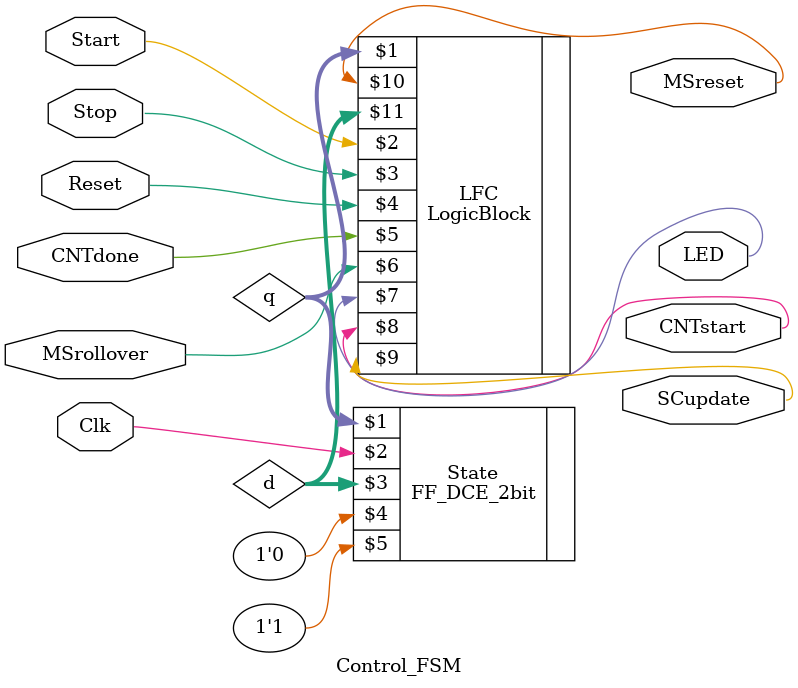
<source format=v>
`timescale 1ns / 1ps
module Control_FSM(
    input Start,
    input Stop,
    input CNTdone,
    input MSrollover,
	 input Reset,
	 input Clk,
    output LED,
    output CNTstart,
    output SCupdate,
    output MSreset
    );

	wire [2:0] d , q;
LogicBlock LFC(q, Start, Stop, Reset, CNTdone, MSrollover, LED, CNTstart, SCupdate, MSreset, d);
FF_DCE_2bit State(q , Clk ,d , 1'b0 , 1'b1);

//warning: reset might put the FSM into state 00000 instead of 10000

endmodule

</source>
